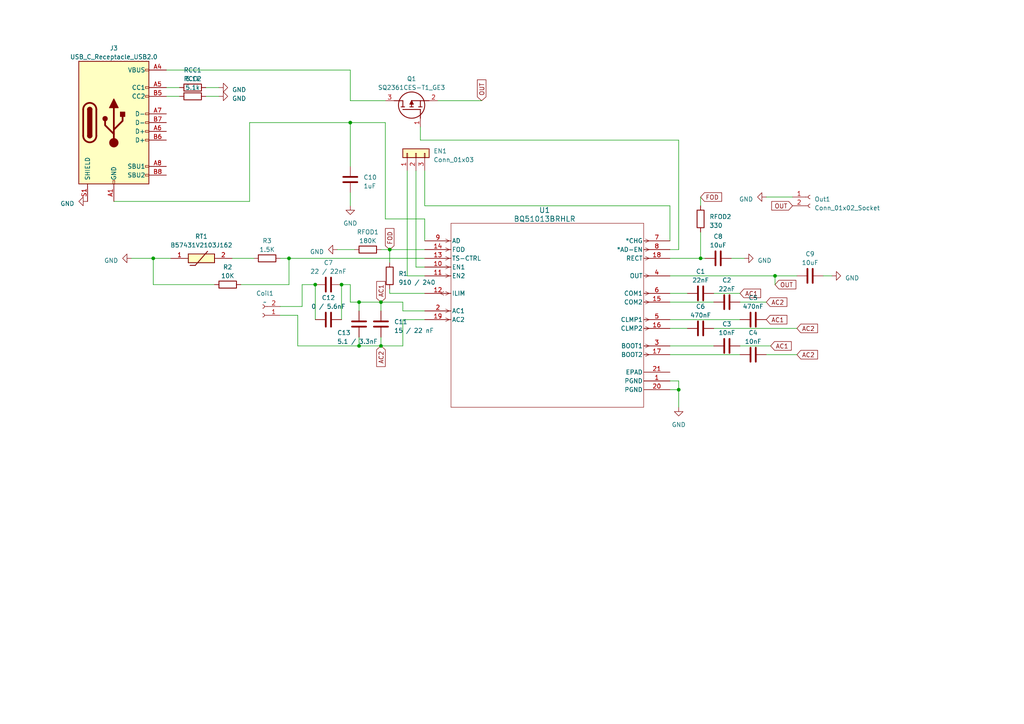
<source format=kicad_sch>
(kicad_sch (version 20230121) (generator eeschema)
  (paper "A4")
  (lib_symbols
    (symbol "B57431V2103J162:NTC0805J2K0" (pin_names hide)
      (property "Reference" "RT" (at 13.97 6.35 0))
      (property "Value" "NTC0805J2K0" (at 13.97 3.81 0))
      (symbol "NTC0805J2K0_1_1"
        (polyline (pts (xy 5.588 -2.032) (xy 7.112 -2.032)) (stroke (width 0.254)))
        (polyline (pts (xy 10.668 2.032) (xy 7.112 -2.032)) (stroke (width 0.254)))
        (rectangle (start 5.08 1.27) (end 12.7 -1.27) (stroke (width 0.254)) (fill (type background)))
        (pin passive line (at 0 0 0) (length 5.08) (name "1") (number "1"))
        (pin passive line (at 17.78 0 180) (length 5.08) (name "2") (number "2"))
      )
    )
    (symbol "BQ5101:BQ51013BRHLR" (pin_names (offset 0.254))
      (property "Reference" "U" (at 35.56 10.16 0))
      (property "Value" "BQ51013BRHLR" (at 35.56 7.62 0))
      (symbol "BQ51013BRHLR_0_1"
        (polyline (pts (xy 5.5372 -15.7607) (xy 4.4958 -15.24)) (stroke (width 0.127)))
        (polyline (pts (xy 5.5372 -14.7193) (xy 4.4958 -15.24)) (stroke (width 0.127)))
        (polyline (pts (xy 7.0993 -22.86) (xy 6.0579 -23.3807)) (stroke (width 0.127)))
        (polyline (pts (xy 7.0993 -22.86) (xy 6.0579 -22.3393)) (stroke (width 0.127)))
        (polyline (pts (xy 7.0993 -20.32) (xy 6.0579 -20.8407)) (stroke (width 0.127)))
        (polyline (pts (xy 7.0993 -20.32) (xy 6.0579 -19.7993)) (stroke (width 0.127)))
        (polyline (pts (xy 7.0993 -15.24) (xy 6.0579 -15.7607)) (stroke (width 0.127)))
        (polyline (pts (xy 7.0993 -15.24) (xy 6.0579 -14.7193)) (stroke (width 0.127)))
        (polyline (pts (xy 7.0993 -10.16) (xy 6.0579 -10.6807)) (stroke (width 0.127)))
        (polyline (pts (xy 7.0993 -10.16) (xy 6.0579 -9.6393)) (stroke (width 0.127)))
        (polyline (pts (xy 7.0993 -7.62) (xy 6.0579 -8.1407)) (stroke (width 0.127)))
        (polyline (pts (xy 7.0993 -7.62) (xy 6.0579 -7.0993)) (stroke (width 0.127)))
        (polyline (pts (xy 7.0993 -5.08) (xy 6.0579 -5.6007)) (stroke (width 0.127)))
        (polyline (pts (xy 7.0993 -5.08) (xy 6.0579 -4.5593)) (stroke (width 0.127)))
        (polyline (pts (xy 7.0993 -2.54) (xy 6.0579 -3.0607)) (stroke (width 0.127)))
        (polyline (pts (xy 7.0993 -2.54) (xy 6.0579 -2.0193)) (stroke (width 0.127)))
        (polyline (pts (xy 7.0993 0) (xy 6.0579 -0.5207)) (stroke (width 0.127)))
        (polyline (pts (xy 7.0993 0) (xy 6.0579 0.5207)) (stroke (width 0.127)))
        (polyline (pts (xy 7.62 -48.26) (xy 63.5 -48.26)) (stroke (width 0.127)))
        (polyline (pts (xy 7.62 5.08) (xy 7.62 -48.26)) (stroke (width 0.127)))
        (polyline (pts (xy 63.5 -48.26) (xy 63.5 5.08)) (stroke (width 0.127)))
        (polyline (pts (xy 63.5 5.08) (xy 7.62 5.08)) (stroke (width 0.127)))
        (polyline (pts (xy 64.0207 -33.5407) (xy 65.0621 -33.02)) (stroke (width 0.127)))
        (polyline (pts (xy 64.0207 -32.4993) (xy 65.0621 -33.02)) (stroke (width 0.127)))
        (polyline (pts (xy 64.0207 -31.0007) (xy 65.0621 -30.48)) (stroke (width 0.127)))
        (polyline (pts (xy 64.0207 -29.9593) (xy 65.0621 -30.48)) (stroke (width 0.127)))
        (polyline (pts (xy 64.0207 -25.9207) (xy 65.0621 -25.4)) (stroke (width 0.127)))
        (polyline (pts (xy 64.0207 -24.8793) (xy 65.0621 -25.4)) (stroke (width 0.127)))
        (polyline (pts (xy 64.0207 -23.3807) (xy 65.0621 -22.86)) (stroke (width 0.127)))
        (polyline (pts (xy 64.0207 -22.3393) (xy 65.0621 -22.86)) (stroke (width 0.127)))
        (polyline (pts (xy 64.0207 -18.3007) (xy 65.0621 -17.78)) (stroke (width 0.127)))
        (polyline (pts (xy 64.0207 -17.2593) (xy 65.0621 -17.78)) (stroke (width 0.127)))
        (polyline (pts (xy 64.0207 -15.7607) (xy 65.0621 -15.24)) (stroke (width 0.127)))
        (polyline (pts (xy 64.0207 -14.7193) (xy 65.0621 -15.24)) (stroke (width 0.127)))
        (polyline (pts (xy 64.0207 -10.6807) (xy 65.0621 -10.16)) (stroke (width 0.127)))
        (polyline (pts (xy 64.0207 -9.6393) (xy 65.0621 -10.16)) (stroke (width 0.127)))
        (polyline (pts (xy 64.0207 -5.6007) (xy 65.0621 -5.08)) (stroke (width 0.127)))
        (polyline (pts (xy 64.0207 -4.5593) (xy 65.0621 -5.08)) (stroke (width 0.127)))
        (polyline (pts (xy 64.0207 -3.0607) (xy 65.0621 -2.54)) (stroke (width 0.127)))
        (polyline (pts (xy 64.0207 -2.0193) (xy 65.0621 -2.54)) (stroke (width 0.127)))
        (polyline (pts (xy 64.0207 -0.5207) (xy 65.0621 0)) (stroke (width 0.127)))
        (polyline (pts (xy 64.0207 0.5207) (xy 65.0621 0)) (stroke (width 0.127)))
        (pin power_in line (at 71.12 -40.64 180) (length 7.62) (name "PGND") (number "1"))
        (pin input line (at 0 -7.62 0) (length 7.62) (name "EN1") (number "10"))
        (pin input line (at 0 -10.16 0) (length 7.62) (name "EN2") (number "11"))
        (pin bidirectional line (at 0 -15.24 0) (length 7.62) (name "ILIM") (number "12"))
        (pin input line (at 0 -5.08 0) (length 7.62) (name "TS-CTRL") (number "13"))
        (pin input line (at 0 -2.54 0) (length 7.62) (name "FOD") (number "14"))
        (pin output line (at 71.12 -17.78 180) (length 7.62) (name "COM2") (number "15"))
        (pin output line (at 71.12 -25.4 180) (length 7.62) (name "CLMP2") (number "16"))
        (pin output line (at 71.12 -33.02 180) (length 7.62) (name "BOOT2") (number "17"))
        (pin output line (at 71.12 -5.08 180) (length 7.62) (name "RECT") (number "18"))
        (pin input line (at 0 -22.86 0) (length 7.62) (name "AC2") (number "19"))
        (pin input line (at 0 -20.32 0) (length 7.62) (name "AC1") (number "2"))
        (pin power_in line (at 71.12 -43.18 180) (length 7.62) (name "PGND") (number "20"))
        (pin unspecified line (at 71.12 -38.1 180) (length 7.62) (name "EPAD") (number "21"))
        (pin output line (at 71.12 -30.48 180) (length 7.62) (name "BOOT1") (number "3"))
        (pin output line (at 71.12 -10.16 180) (length 7.62) (name "OUT") (number "4"))
        (pin output line (at 71.12 -22.86 180) (length 7.62) (name "CLMP1") (number "5"))
        (pin output line (at 71.12 -15.24 180) (length 7.62) (name "COM1") (number "6"))
        (pin output line (at 71.12 0 180) (length 7.62) (name "*CHG") (number "7"))
        (pin output line (at 71.12 -2.54 180) (length 7.62) (name "*AD-EN") (number "8"))
        (pin input line (at 0 0 0) (length 7.62) (name "AD") (number "9"))
      )
    )
    (symbol "Connector:Conn_01x02_Socket" (pin_names (offset 1.016) hide)
      (property "Reference" "J" (at 0 2.54 0))
      (property "Value" "Conn_01x02_Socket" (at 0 -5.08 0))
      (symbol "Conn_01x02_Socket_1_1"
        (arc (start 0 -2.032) (mid -0.5058 -2.54) (end 0 -3.048) (stroke (width 0.1524)))
        (polyline (pts (xy -1.27 -2.54) (xy -0.508 -2.54)) (stroke (width 0.1524)))
        (polyline (pts (xy -1.27 0) (xy -0.508 0)) (stroke (width 0.1524)))
        (arc (start 0 0.508) (mid -0.5058 0) (end 0 -0.508) (stroke (width 0.1524)))
        (pin passive line (at -5.08 0 0) (length 3.81) (name "Pin_1") (number "1"))
        (pin passive line (at -5.08 -2.54 0) (length 3.81) (name "Pin_2") (number "2"))
      )
    )
    (symbol "Connector:USB_C_Receptacle_USB2.0" (pin_names (offset 1.016))
      (property "Reference" "J" (at -10.16 19.05 0))
      (property "Value" "USB_C_Receptacle_USB2.0" (at 19.05 19.05 0))
      (symbol "USB_C_Receptacle_USB2.0_0_0"
        (rectangle (start -0.254 -17.78) (end 0.254 -16.764))
        (rectangle (start 10.16 -14.986) (end 9.144 -15.494))
        (rectangle (start 10.16 -12.446) (end 9.144 -12.954))
        (rectangle (start 10.16 -4.826) (end 9.144 -5.334))
        (rectangle (start 10.16 -2.286) (end 9.144 -2.794))
        (rectangle (start 10.16 0.254) (end 9.144 -0.254))
        (rectangle (start 10.16 2.794) (end 9.144 2.286))
        (rectangle (start 10.16 7.874) (end 9.144 7.366))
        (rectangle (start 10.16 10.414) (end 9.144 9.906))
        (rectangle (start 10.16 15.494) (end 9.144 14.986))
      )
      (symbol "USB_C_Receptacle_USB2.0_0_1"
        (rectangle (start -10.16 17.78) (end 10.16 -17.78) (stroke (width 0.254)) (fill (type background)))
        (arc (start -8.89 -3.81) (mid -6.985 -5.7067) (end -5.08 -3.81) (stroke (width 0.508)))
        (arc (start -7.62 -3.81) (mid -6.985 -4.4423) (end -6.35 -3.81) (stroke (width 0.254)))
        (arc (start -7.62 -3.81) (mid -6.985 -4.4423) (end -6.35 -3.81) (stroke (width 0.254)) (fill (type outline)))
        (rectangle (start -7.62 -3.81) (end -6.35 3.81) (stroke (width 0.254)) (fill (type outline)))
        (arc (start -6.35 3.81) (mid -6.985 4.4423) (end -7.62 3.81) (stroke (width 0.254)))
        (arc (start -6.35 3.81) (mid -6.985 4.4423) (end -7.62 3.81) (stroke (width 0.254)) (fill (type outline)))
        (arc (start -5.08 3.81) (mid -6.985 5.7067) (end -8.89 3.81) (stroke (width 0.508)))
        (circle (center -2.54 1.143) (radius 0.635) (stroke (width 0.254)) (fill (type outline)))
        (circle (center 0 -5.842) (radius 1.27) (fill (type outline)))
        (polyline (pts (xy -8.89 -3.81) (xy -8.89 3.81)) (stroke (width 0.508)))
        (polyline (pts (xy -5.08 3.81) (xy -5.08 -3.81)) (stroke (width 0.508)))
        (polyline (pts (xy 0 -5.842) (xy 0 4.318)) (stroke (width 0.508)))
        (polyline (pts (xy 0 -3.302) (xy -2.54 -0.762) (xy -2.54 0.508)) (stroke (width 0.508)))
        (polyline (pts (xy 0 -2.032) (xy 2.54 0.508) (xy 2.54 1.778)) (stroke (width 0.508)))
        (polyline (pts (xy -1.27 4.318) (xy 0 6.858) (xy 1.27 4.318) (xy -1.27 4.318)) (stroke (width 0.254)) (fill (type outline)))
        (rectangle (start 1.905 1.778) (end 3.175 3.048) (stroke (width 0.254)) (fill (type outline)))
      )
      (symbol "USB_C_Receptacle_USB2.0_1_1"
        (pin passive line (at 0 -22.86 90) (length 5.08) (name "GND") (number "A1"))
        (pin passive line (at 0 -22.86 90) (length 5.08) hide (name "GND") (number "A12"))
        (pin passive line (at 15.24 15.24 180) (length 5.08) (name "VBUS") (number "A4"))
        (pin bidirectional line (at 15.24 10.16 180) (length 5.08) (name "CC1") (number "A5"))
        (pin bidirectional line (at 15.24 -2.54 180) (length 5.08) (name "D+") (number "A6"))
        (pin bidirectional line (at 15.24 2.54 180) (length 5.08) (name "D-") (number "A7"))
        (pin bidirectional line (at 15.24 -12.7 180) (length 5.08) (name "SBU1") (number "A8"))
        (pin passive line (at 15.24 15.24 180) (length 5.08) hide (name "VBUS") (number "A9"))
        (pin passive line (at 0 -22.86 90) (length 5.08) hide (name "GND") (number "B1"))
        (pin passive line (at 0 -22.86 90) (length 5.08) hide (name "GND") (number "B12"))
        (pin passive line (at 15.24 15.24 180) (length 5.08) hide (name "VBUS") (number "B4"))
        (pin bidirectional line (at 15.24 7.62 180) (length 5.08) (name "CC2") (number "B5"))
        (pin bidirectional line (at 15.24 -5.08 180) (length 5.08) (name "D+") (number "B6"))
        (pin bidirectional line (at 15.24 0 180) (length 5.08) (name "D-") (number "B7"))
        (pin bidirectional line (at 15.24 -15.24 180) (length 5.08) (name "SBU2") (number "B8"))
        (pin passive line (at 15.24 15.24 180) (length 5.08) hide (name "VBUS") (number "B9"))
        (pin passive line (at -7.62 -22.86 90) (length 5.08) (name "SHIELD") (number "S1"))
      )
    )
    (symbol "Connector_Generic:Conn_01x03" (pin_names (offset 1.016) hide)
      (property "Reference" "J" (at 0 5.08 0))
      (property "Value" "Conn_01x03" (at 0 -5.08 0))
      (symbol "Conn_01x03_1_1"
        (rectangle (start -1.27 -2.413) (end 0 -2.667) (stroke (width 0.1524)))
        (rectangle (start -1.27 0.127) (end 0 -0.127) (stroke (width 0.1524)))
        (rectangle (start -1.27 2.667) (end 0 2.413) (stroke (width 0.1524)))
        (rectangle (start -1.27 3.81) (end 1.27 -3.81) (stroke (width 0.254)) (fill (type background)))
        (pin passive line (at -5.08 2.54 0) (length 3.81) (name "Pin_1") (number "1"))
        (pin passive line (at -5.08 0 0) (length 3.81) (name "Pin_2") (number "2"))
        (pin passive line (at -5.08 -2.54 0) (length 3.81) (name "Pin_3") (number "3"))
      )
    )
    (symbol "Device:C" (pin_numbers hide) (pin_names (offset 0.254))
      (property "Reference" "C" (at 0.635 2.54 0))
      (property "Value" "C" (at 0.635 -2.54 0))
      (symbol "C_0_1"
        (polyline (pts (xy -2.032 -0.762) (xy 2.032 -0.762)) (stroke (width 0.508)))
        (polyline (pts (xy -2.032 0.762) (xy 2.032 0.762)) (stroke (width 0.508)))
      )
      (symbol "C_1_1"
        (pin passive line (at 0 3.81 270) (length 2.794) (name "~") (number "1"))
        (pin passive line (at 0 -3.81 90) (length 2.794) (name "~") (number "2"))
      )
    )
    (symbol "Device:R" (pin_numbers hide) (pin_names (offset 0))
      (property "Reference" "R" (at 2.032 0 90))
      (property "Value" "R" (at 0 0 90))
      (symbol "R_0_1"
        (rectangle (start -1.016 -2.54) (end 1.016 2.54) (stroke (width 0.254)))
      )
      (symbol "R_1_1"
        (pin passive line (at 0 3.81 270) (length 1.27) (name "~") (number "1"))
        (pin passive line (at 0 -3.81 90) (length 1.27) (name "~") (number "2"))
      )
    )
    (symbol "SQ2361CES:SQ2361CES-T1_GE3" (pin_names hide)
      (property "Reference" "Q" (at 11.43 3.81 0))
      (property "Value" "SQ2361CES-T1_GE3" (at 11.43 1.27 0))
      (symbol "SQ2361CES-T1_GE3_1_1"
        (polyline (pts (xy 2.54 0) (xy 5.08 0)) (stroke (width 0.254)))
        (polyline (pts (xy 5.08 5.08) (xy 5.08 0)) (stroke (width 0.254)))
        (polyline (pts (xy 5.842 -0.508) (xy 5.842 0.508)) (stroke (width 0.254)))
        (polyline (pts (xy 5.842 0) (xy 7.62 0)) (stroke (width 0.254)))
        (polyline (pts (xy 5.842 2.032) (xy 5.842 3.048)) (stroke (width 0.254)))
        (polyline (pts (xy 5.842 5.588) (xy 5.842 4.572)) (stroke (width 0.254)))
        (polyline (pts (xy 7.62 2.54) (xy 5.842 2.54)) (stroke (width 0.254)))
        (polyline (pts (xy 7.62 2.54) (xy 7.62 -2.54)) (stroke (width 0.254)))
        (polyline (pts (xy 7.62 5.08) (xy 5.842 5.08)) (stroke (width 0.254)))
        (polyline (pts (xy 7.62 5.08) (xy 7.62 7.62)) (stroke (width 0.254)))
        (polyline (pts (xy 7.62 2.54) (xy 6.604 3.048) (xy 6.604 2.032) (xy 7.62 2.54)) (stroke (width 0.254)) (fill (type outline)))
        (circle (center 6.35 2.54) (radius 3.81) (stroke (width 0.254)))
        (pin passive line (at 0 0 0) (length 2.54) (name "G") (number "1"))
        (pin passive line (at 7.62 -5.08 90) (length 2.54) (name "S") (number "2"))
        (pin passive line (at 7.62 10.16 270) (length 2.54) (name "D") (number "3"))
      )
    )
    (symbol "power:GND" (power) (pin_names (offset 0))
      (property "Value" "GND" (at 0 -3.81 0))
      (symbol "GND_0_1"
        (polyline (pts (xy 0 0) (xy 0 -1.27) (xy 1.27 -1.27) (xy 0 -2.54) (xy -1.27 -1.27) (xy 0 -1.27)))
      )
      (symbol "GND_1_1"
        (pin power_in line (at 0 0 270) (length 0) hide (name "GND") (number "1"))
      )
    )
  )
  (junction (at 110.49 87.63))
  (junction (at 224.79 80.01))
  (junction (at 104.14 100.33))
  (junction (at 104.14 87.63))
  (junction (at 110.49 100.33))
  (junction (at 203.2 74.93))
  (junction (at 91.44 82.55))
  (junction (at 196.85 113.03))
  (junction (at 99.06 82.55))
  (junction (at 101.6 35.56))
  (junction (at 83.82 74.93))
  (junction (at 113.03 72.39))
  (junction (at 44.45 74.93))
  (wire (pts (xy 123.19 59.69) (xy 194.31 59.69)))
  (wire (pts (xy 111.76 63.5) (xy 111.76 35.56)))
  (wire (pts (xy 111.76 29.21) (xy 101.6 29.21)))
  (wire (pts (xy 118.11 80.01) (xy 123.19 80.01)))
  (wire (pts (xy 196.85 113.03) (xy 196.85 118.11)))
  (wire (pts (xy 203.2 57.15) (xy 203.2 59.69)))
  (wire (pts (xy 116.84 87.63) (xy 110.49 87.63)))
  (wire (pts (xy 121.92 40.64) (xy 196.85 40.64)))
  (wire (pts (xy 110.49 100.33) (xy 110.49 97.79)))
  (wire (pts (xy 123.19 63.5) (xy 111.76 63.5)))
  (wire (pts (xy 113.03 85.09) (xy 113.03 83.82)))
  (wire (pts (xy 81.28 91.44) (xy 86.36 91.44)))
  (wire (pts (xy 59.69 25.4) (xy 63.5 25.4)))
  (wire (pts (xy 113.03 72.39) (xy 113.03 76.2)))
  (wire (pts (xy 72.39 58.42) (xy 72.39 35.56)))
  (wire (pts (xy 203.2 74.93) (xy 204.47 74.93)))
  (wire (pts (xy 120.65 49.53) (xy 120.65 77.47)))
  (wire (pts (xy 224.79 80.01) (xy 224.79 82.55)))
  (wire (pts (xy 194.31 100.33) (xy 207.01 100.33)))
  (wire (pts (xy 194.31 87.63) (xy 207.01 87.63)))
  (wire (pts (xy 110.49 72.39) (xy 113.03 72.39)))
  (wire (pts (xy 196.85 40.64) (xy 196.85 72.39)))
  (wire (pts (xy 127 29.21) (xy 139.7 29.21)))
  (wire (pts (xy 86.36 100.33) (xy 104.14 100.33)))
  (wire (pts (xy 48.26 20.32) (xy 101.6 20.32)))
  (wire (pts (xy 212.09 74.93) (xy 215.9 74.93)))
  (wire (pts (xy 207.01 95.25) (xy 231.14 95.25)))
  (wire (pts (xy 123.19 85.09) (xy 113.03 85.09)))
  (wire (pts (xy 38.1 74.93) (xy 44.45 74.93)))
  (wire (pts (xy 59.69 27.94) (xy 63.5 27.94)))
  (wire (pts (xy 123.19 92.71) (xy 116.84 92.71)))
  (wire (pts (xy 214.63 100.33) (xy 223.52 100.33)))
  (wire (pts (xy 222.25 57.15) (xy 229.87 57.15)))
  (wire (pts (xy 214.63 87.63) (xy 222.25 87.63)))
  (wire (pts (xy 48.26 25.4) (xy 52.07 25.4)))
  (wire (pts (xy 194.31 102.87) (xy 214.63 102.87)))
  (wire (pts (xy 224.79 80.01) (xy 231.14 80.01)))
  (wire (pts (xy 101.6 20.32) (xy 101.6 29.21)))
  (wire (pts (xy 83.82 82.55) (xy 83.82 74.93)))
  (wire (pts (xy 207.01 85.09) (xy 214.63 85.09)))
  (wire (pts (xy 116.84 100.33) (xy 110.49 100.33)))
  (wire (pts (xy 121.92 36.83) (xy 121.92 40.64)))
  (wire (pts (xy 101.6 87.63) (xy 104.14 87.63)))
  (wire (pts (xy 91.44 82.55) (xy 91.44 92.71)))
  (wire (pts (xy 33.02 58.42) (xy 72.39 58.42)))
  (wire (pts (xy 99.06 82.55) (xy 99.06 92.71)))
  (wire (pts (xy 116.84 90.17) (xy 116.84 87.63)))
  (wire (pts (xy 194.31 92.71) (xy 214.63 92.71)))
  (wire (pts (xy 194.31 85.09) (xy 199.39 85.09)))
  (wire (pts (xy 99.06 82.55) (xy 101.6 82.55)))
  (wire (pts (xy 83.82 74.93) (xy 123.19 74.93)))
  (wire (pts (xy 123.19 69.85) (xy 123.19 63.5)))
  (wire (pts (xy 104.14 87.63) (xy 110.49 87.63)))
  (wire (pts (xy 87.63 82.55) (xy 87.63 88.9)))
  (wire (pts (xy 44.45 82.55) (xy 44.45 74.93)))
  (wire (pts (xy 113.03 72.39) (xy 123.19 72.39)))
  (wire (pts (xy 111.76 35.56) (xy 101.6 35.56)))
  (wire (pts (xy 101.6 82.55) (xy 101.6 87.63)))
  (wire (pts (xy 116.84 92.71) (xy 116.84 100.33)))
  (wire (pts (xy 123.19 77.47) (xy 120.65 77.47)))
  (wire (pts (xy 196.85 72.39) (xy 194.31 72.39)))
  (wire (pts (xy 81.28 74.93) (xy 83.82 74.93)))
  (wire (pts (xy 194.31 95.25) (xy 199.39 95.25)))
  (wire (pts (xy 101.6 35.56) (xy 101.6 48.26)))
  (wire (pts (xy 97.79 72.39) (xy 102.87 72.39)))
  (wire (pts (xy 118.11 49.53) (xy 118.11 80.01)))
  (wire (pts (xy 194.31 74.93) (xy 203.2 74.93)))
  (wire (pts (xy 110.49 90.17) (xy 110.49 87.63)))
  (wire (pts (xy 104.14 97.79) (xy 104.14 100.33)))
  (wire (pts (xy 196.85 110.49) (xy 196.85 113.03)))
  (wire (pts (xy 48.26 27.94) (xy 52.07 27.94)))
  (wire (pts (xy 87.63 88.9) (xy 81.28 88.9)))
  (wire (pts (xy 86.36 91.44) (xy 86.36 100.33)))
  (wire (pts (xy 91.44 82.55) (xy 87.63 82.55)))
  (wire (pts (xy 238.76 80.01) (xy 241.3 80.01)))
  (wire (pts (xy 72.39 35.56) (xy 101.6 35.56)))
  (wire (pts (xy 203.2 67.31) (xy 203.2 74.93)))
  (wire (pts (xy 194.31 113.03) (xy 196.85 113.03)))
  (wire (pts (xy 67.31 74.93) (xy 73.66 74.93)))
  (wire (pts (xy 44.45 74.93) (xy 49.53 74.93)))
  (wire (pts (xy 69.85 82.55) (xy 83.82 82.55)))
  (wire (pts (xy 194.31 80.01) (xy 224.79 80.01)))
  (wire (pts (xy 101.6 55.88) (xy 101.6 59.69)))
  (wire (pts (xy 194.31 110.49) (xy 196.85 110.49)))
  (wire (pts (xy 62.23 82.55) (xy 44.45 82.55)))
  (wire (pts (xy 194.31 59.69) (xy 194.31 69.85)))
  (wire (pts (xy 104.14 100.33) (xy 110.49 100.33)))
  (wire (pts (xy 104.14 87.63) (xy 104.14 90.17)))
  (wire (pts (xy 123.19 49.53) (xy 123.19 59.69)))
  (wire (pts (xy 222.25 102.87) (xy 231.14 102.87)))
  (wire (pts (xy 123.19 90.17) (xy 116.84 90.17)))
  (global_label "AC2" (shape input) (at 222.25 87.63 0) (property "Intersheetrefs" "${INTERSHEET_REFS}" (effects hide)))
  (global_label "FOD" (shape input) (at 113.03 72.39 90) (property "Intersheetrefs" "${INTERSHEET_REFS}" (effects hide)))
  (global_label "OUT" (shape input) (at 224.79 82.55 0) (property "Intersheetrefs" "${INTERSHEET_REFS}" (effects hide)))
  (global_label "AC1" (shape input) (at 223.52 100.33 0) (property "Intersheetrefs" "${INTERSHEET_REFS}" (effects hide)))
  (global_label "AC1" (shape input) (at 110.49 87.63 90) (property "Intersheetrefs" "${INTERSHEET_REFS}" (effects hide)))
  (global_label "FOD" (shape input) (at 203.2 57.15 0) (property "Intersheetrefs" "${INTERSHEET_REFS}" (effects hide)))
  (global_label "AC1" (shape input) (at 214.63 85.09 0) (property "Intersheetrefs" "${INTERSHEET_REFS}" (effects hide)))
  (global_label "AC2" (shape input) (at 231.14 102.87 0) (property "Intersheetrefs" "${INTERSHEET_REFS}" (effects hide)))
  (global_label "AC2" (shape input) (at 110.49 100.33 270) (property "Intersheetrefs" "${INTERSHEET_REFS}" (effects hide)))
  (global_label "OUT" (shape input) (at 139.7 29.21 90) (property "Intersheetrefs" "${INTERSHEET_REFS}" (effects hide)))
  (global_label "AC1" (shape input) (at 222.25 92.71 0) (property "Intersheetrefs" "${INTERSHEET_REFS}" (effects hide)))
  (global_label "AC2" (shape input) (at 231.14 95.25 0) (property "Intersheetrefs" "${INTERSHEET_REFS}" (effects hide)))
  (global_label "OUT" (shape input) (at 229.87 59.69 180) (property "Intersheetrefs" "${INTERSHEET_REFS}" (effects hide)))
  (symbol (lib_id "power:GND") (at 241.3 80.01 90) (unit 1)
    (property "Reference" "#PWR05" (effects hide))
    (property "Value" "GND" (at 245.11 80.645 90) (effects (justify right)))
  )
  (symbol (lib_id "Connector_Generic:Conn_01x03") (at 120.65 44.45 90) (unit 1)
    (property "Reference" "EN1" (at 125.73 43.815 90) (effects (justify right)))
    (property "Value" "Conn_01x03" (at 125.73 46.355 90) (effects (justify right)))
    (property "Footprint" "Connector_PinSocket_2.54mm:PinSocket_1x03_P2.54mm_Vertical" (effects hide))
  )
  (symbol (lib_id "Device:C") (at 95.25 92.71 90) (unit 1)
    (property "Reference" "C12" (at 95.25 86.36 90))
    (property "Value" "0 / 5.6nF" (at 95.25 88.9 90))
    (property "Footprint" "Capacitor_SMD:C_0603_1608Metric" (effects hide))
  )
  (symbol (lib_id "Device:R") (at 106.68 72.39 270) (unit 1)
    (property "Reference" "RFOD1" (at 106.68 67.31 90))
    (property "Value" "180K" (at 106.68 69.85 90))
    (property "Footprint" "Resistor_SMD:R_0603_1608Metric" (effects hide))
  )
  (symbol (lib_id "power:GND") (at 63.5 25.4 90) (unit 1)
    (property "Reference" "#PWR09" (effects hide))
    (property "Value" "GND" (at 67.31 26.035 90) (effects (justify right)))
  )
  (symbol (lib_id "power:GND") (at 25.4 58.42 270) (unit 1)
    (property "Reference" "#PWR08" (effects hide))
    (property "Value" "GND" (at 21.59 59.055 90) (effects (justify right)))
  )
  (symbol (lib_id "Device:R") (at 55.88 25.4 270) (unit 1)
    (property "Reference" "RCC1" (at 55.88 20.32 90))
    (property "Value" "5.1k" (at 55.88 22.86 90))
    (property "Footprint" "Resistor_SMD:R_0603_1608Metric" (effects hide))
  )
  (symbol (lib_id "Device:C") (at 208.28 74.93 90) (unit 1)
    (property "Reference" "C8" (at 208.28 68.58 90))
    (property "Value" "10uF" (at 208.28 71.12 90))
    (property "Footprint" "Capacitor_SMD:C_0603_1608Metric" (effects hide))
  )
  (symbol (lib_id "Device:C") (at 218.44 92.71 90) (unit 1)
    (property "Reference" "C5" (at 218.44 86.36 90))
    (property "Value" "470nF" (at 218.44 88.9 90))
    (property "Footprint" "Capacitor_SMD:C_0603_1608Metric" (effects hide))
  )
  (symbol (lib_id "Device:C") (at 218.44 102.87 90) (unit 1)
    (property "Reference" "C4" (at 218.44 96.52 90))
    (property "Value" "10nF" (at 218.44 99.06 90))
    (property "Footprint" "Capacitor_SMD:C_0603_1608Metric" (effects hide))
  )
  (symbol (lib_id "Connector:USB_C_Receptacle_USB2.0") (at 33.02 35.56 0) (unit 1)
    (property "Reference" "J3" (at 33.02 13.97 0))
    (property "Value" "USB_C_Receptacle_USB2.0" (at 33.02 16.51 0))
    (property "Footprint" "Connector_USB:USB_C_Receptacle_Palconn_UTC16-G" (effects hide))
    (property "Datasheet" "https://www.usb.org/sites/default/files/documents/usb_type-c.zip" (effects hide))
  )
  (symbol (lib_id "Connector:Conn_01x02_Socket") (at 234.95 57.15 0) (unit 1)
    (property "Reference" "Out1" (at 236.22 57.785 0) (effects (justify left)))
    (property "Value" "Conn_01x02_Socket" (at 236.22 60.325 0) (effects (justify left)))
    (property "Footprint" "Connector_PinSocket_2.54mm:PinSocket_1x02_P2.54mm_Vertical" (effects hide))
  )
  (symbol (lib_id "Device:C") (at 210.82 100.33 90) (unit 1)
    (property "Reference" "C3" (at 210.82 93.98 90))
    (property "Value" "10nF" (at 210.82 96.52 90))
    (property "Footprint" "Capacitor_SMD:C_0603_1608Metric" (effects hide))
  )
  (symbol (lib_id "power:GND") (at 38.1 74.93 270) (unit 1)
    (property "Reference" "#PWR04" (effects hide))
    (property "Value" "GND" (at 34.29 75.565 90) (effects (justify right)))
  )
  (symbol (lib_id "Device:C") (at 203.2 95.25 90) (unit 1)
    (property "Reference" "C6" (at 203.2 88.9 90))
    (property "Value" "470nF" (at 203.2 91.44 90))
    (property "Footprint" "Capacitor_SMD:C_0603_1608Metric" (effects hide))
  )
  (symbol (lib_id "Device:R") (at 203.2 63.5 180) (unit 1)
    (property "Reference" "RFOD2" (at 205.74 62.865 0) (effects (justify right)))
    (property "Value" "330" (at 205.74 65.405 0) (effects (justify right)))
    (property "Footprint" "Resistor_SMD:R_0603_1608Metric" (effects hide))
  )
  (symbol (lib_id "Device:R") (at 77.47 74.93 90) (unit 1)
    (property "Reference" "R3" (at 77.47 69.85 90))
    (property "Value" "1.5K" (at 77.47 72.39 90))
    (property "Footprint" "Resistor_SMD:R_0603_1608Metric" (effects hide))
  )
  (symbol (lib_id "power:GND") (at 63.5 27.94 90) (unit 1)
    (property "Reference" "#PWR010" (effects hide))
    (property "Value" "GND" (at 67.31 28.575 90) (effects (justify right)))
  )
  (symbol (lib_id "Device:R") (at 55.88 27.94 270) (unit 1)
    (property "Reference" "RCC2" (at 55.88 22.86 90))
    (property "Value" "5.1k" (at 55.88 25.4 90))
    (property "Footprint" "Resistor_SMD:R_0603_1608Metric" (effects hide))
  )
  (symbol (lib_id "SQ2361CES:SQ2361CES-T1_GE3") (at 121.92 36.83 90) (unit 1)
    (property "Reference" "Q1" (at 119.38 22.86 90))
    (property "Value" "SQ2361CES-T1_GE3" (at 119.38 25.4 90))
    (property "Footprint" "SOT95P237X112-3N" (effects hide))
    (property "Datasheet" "https://componentsearchengine.com/Datasheets/2/SQ2361CES-T1_GE3.pdf" (effects hide))
    (property "Height" "1.12" (effects hide))
    (property "Mouser Part Number" "78-SQ2361CES-T1_GE3" (effects hide))
    (property "Mouser Price/Stock" "https://www.mouser.co.uk/ProductDetail/Vishay-Siliconix/SQ2361CES-T1_GE3?qs=2wMNvWM5ZX57eInxYker3Q%3D%3D" (effects hide))
    (property "Manufacturer_Name" "Vishay" (effects hide))
    (property "Manufacturer_Part_Number" "SQ2361CES-T1_GE3" (effects hide))
  )
  (symbol (lib_id "Device:C") (at 101.6 52.07 180) (unit 1)
    (property "Reference" "C10" (at 105.41 51.435 0) (effects (justify right)))
    (property "Value" "1uF" (at 105.41 53.975 0) (effects (justify right)))
    (property "Footprint" "Capacitor_SMD:C_0603_1608Metric" (effects hide))
  )
  (symbol (lib_id "power:GND") (at 215.9 74.93 90) (unit 1)
    (property "Reference" "#PWR03" (effects hide))
    (property "Value" "GND" (at 219.71 75.565 90) (effects (justify right)))
  )
  (symbol (lib_id "Device:C") (at 110.49 93.98 180) (unit 1)
    (property "Reference" "C11" (at 114.3 93.345 0) (effects (justify right)))
    (property "Value" "15 / 22 nF" (at 114.3 95.885 0) (effects (justify right)))
    (property "Footprint" "Capacitor_SMD:C_0603_1608Metric" (effects hide))
  )
  (symbol (lib_id "power:GND") (at 196.85 118.11 0) (unit 1)
    (property "Reference" "#PWR01" (effects hide))
    (property "Value" "GND" (at 196.85 123.19 0))
  )
  (symbol (lib_id "Device:R") (at 66.04 82.55 90) (unit 1)
    (property "Reference" "R2" (at 66.04 77.47 90))
    (property "Value" "10K" (at 66.04 80.01 90))
    (property "Footprint" "Resistor_SMD:R_0603_1608Metric" (effects hide))
  )
  (symbol (lib_id "BQ5101:BQ51013BRHLR") (at 123.19 69.85 0) (unit 1)
    (property "Reference" "U1" (at 157.9689 60.96 0) (effects (font (size 1.524 1.524))))
    (property "Value" "BQ51013BRHLR" (at 157.9689 63.5 0) (effects (font (size 1.524 1.524))))
    (property "Footprint" "TESIS:BQ5101eBRHLR" (effects hide))
    (property "Datasheet" "BQ51013BRHLR" (effects hide))
  )
  (symbol (lib_id "Device:C") (at 234.95 80.01 90) (unit 1)
    (property "Reference" "C9" (at 234.95 73.66 90))
    (property "Value" "10uF" (at 234.95 76.2 90))
    (property "Footprint" "Capacitor_SMD:C_0603_1608Metric" (effects hide))
  )
  (symbol (lib_id "Device:C") (at 104.14 93.98 180) (unit 1)
    (property "Reference" "C13" (at 97.79 96.52 0) (effects (justify right)))
    (property "Value" "5.1 / 3.3nF" (at 97.79 99.06 0) (effects (justify right)))
    (property "Footprint" "Capacitor_SMD:C_0603_1608Metric" (effects hide))
  )
  (symbol (lib_id "Device:R") (at 113.03 80.01 0) (unit 1)
    (property "Reference" "R1" (at 115.57 79.375 0) (effects (justify left)))
    (property "Value" "910 / 240" (at 115.57 81.915 0) (effects (justify left)))
    (property "Footprint" "Resistor_SMD:R_0603_1608Metric" (effects hide))
  )
  (symbol (lib_id "Device:C") (at 210.82 87.63 90) (unit 1)
    (property "Reference" "C2" (at 210.82 81.28 90))
    (property "Value" "22nF" (at 210.82 83.82 90))
    (property "Footprint" "Capacitor_SMD:C_0603_1608Metric" (effects hide))
  )
  (symbol (lib_id "power:GND") (at 222.25 57.15 270) (unit 1)
    (property "Reference" "#PWR07" (effects hide))
    (property "Value" "GND" (at 218.44 57.785 90) (effects (justify right)))
  )
  (symbol (lib_id "Device:C") (at 203.2 85.09 90) (unit 1)
    (property "Reference" "C1" (at 203.2 78.74 90))
    (property "Value" "22nF" (at 203.2 81.28 90))
    (property "Footprint" "Capacitor_SMD:C_0603_1608Metric" (effects hide))
  )
  (symbol (lib_id "B57431V2103J162:NTC0805J2K0") (at 49.53 74.93 0) (unit 1)
    (property "Reference" "RT1" (at 58.42 68.58 0))
    (property "Value" "B57431V2103J162" (at 58.42 71.12 0))
    (property "Footprint" "TESIS:THRMC2012X50N" (effects hide))
    (property "Datasheet" "https://www.te.com/commerce/DocumentDelivery/DDEController?Action=srchrtrv&DocNm=1773258&DocType=Data%20Sheet&DocLang=English&PartCntxt=1624354-2&DocFormat=pdf" (effects hide))
    (property "Height" "0.5" (effects hide))
    (property "Manufacturer_Name" "TE Connectivity" (effects hide))
    (property "Manufacturer_Part_Number" "NTC0805J2K0" (effects hide))
    (property "Mouser Part Number" "279-NTC0805J2K0" (effects hide))
    (property "Mouser Price/Stock" "https://www.mouser.com/Search/Refine.aspx?Keyword=279-NTC0805J2K0" (effects hide))
  )
  (symbol (lib_id "power:GND") (at 97.79 72.39 270) (unit 1)
    (property "Reference" "#PWR02" (effects hide))
    (property "Value" "GND" (at 93.98 73.025 90) (effects (justify right)))
  )
  (symbol (lib_id "power:GND") (at 101.6 59.69 0) (unit 1)
    (property "Reference" "#PWR06" (effects hide))
    (property "Value" "GND" (at 101.6 64.77 0))
  )
  (symbol (lib_id "Connector:Conn_01x02_Socket") (at 76.2 91.44 180) (unit 1)
    (property "Reference" "Coil1" (at 76.835 85.09 0))
    (property "Value" "~" (at 76.835 87.63 0))
    (property "Footprint" "TerminalBlock:TerminalBlock_bornier-2_P5.08mm" (effects hide))
  )
  (symbol (lib_id "Device:C") (at 95.25 82.55 90) (unit 1)
    (property "Reference" "C7" (at 95.25 76.2 90))
    (property "Value" "22 / 22nF" (at 95.25 78.74 90))
    (property "Footprint" "Capacitor_SMD:C_0603_1608Metric" (effects hide))
  )
)
</source>
